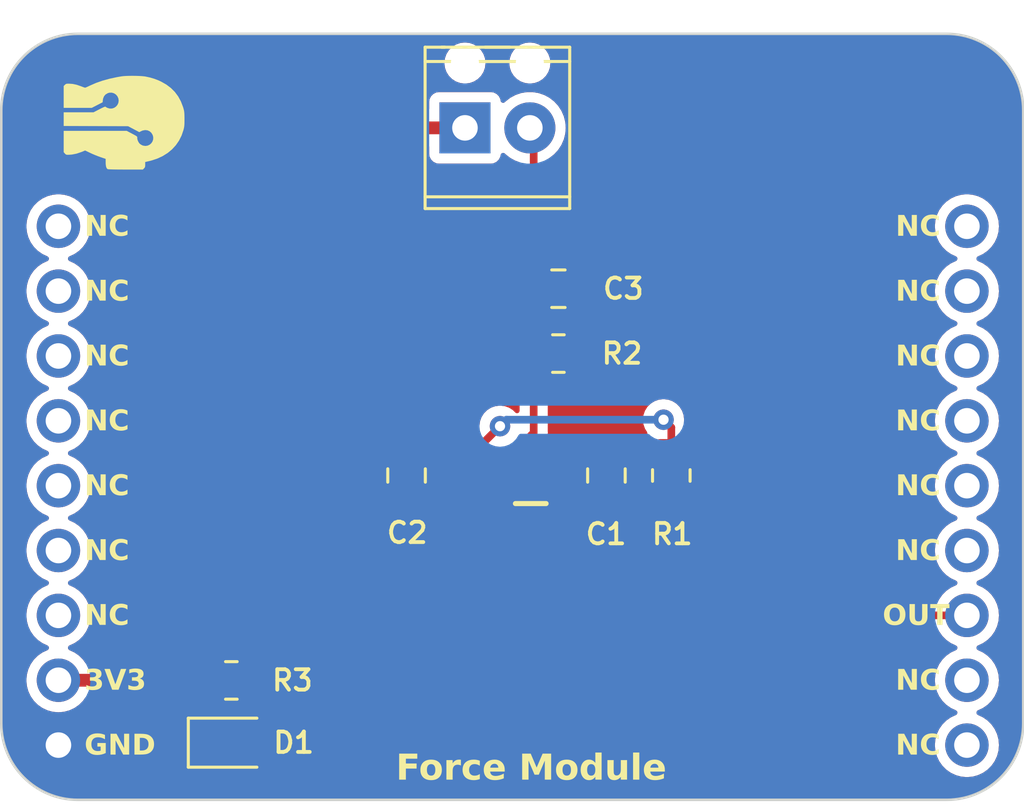
<source format=kicad_pcb>
(kicad_pcb (version 20221018) (generator pcbnew)
  (layers (0 "F.Cu" signal) (31 "B.Cu" signal) (34 "B.Paste" user) (35 "F.Paste" user) (36 "B.SilkS" user "B.Silkscreen") (37 "F.SilkS" user "F.Silkscreen") (38 "B.Mask" user) (39 "F.Mask" user) (44 "Edge.Cuts" user))
  (net 0 "")
  (net 1 "OUT")
  (net 2 "GND")
  (net 3 "Net-(U1-V+)")
  (net 4 "VIN")
  (net 5 "Net-(D1-A)")
  (net 6 "+3V3")
  (net 7 "Net-(U1-IN-)")
  (footprint "Capacitor_SMD:C_0805_2012Metric" (layer "F.Cu") (at 79.3496 61.3664)
    (fp_text reference "C3" (at 2.54 0) (layer "F.SilkS") (effects (font (size 0.8 0.8) (thickness 0.15) bold)))
    (fp_text value "C")
    (fp_line (start -0.261252 -0.735) (end 0.261252 -0.735) (stroke (width 0.12)) (layer "F.SilkS"))
    (fp_line (start -0.261252 0.735) (end 0.261252 0.735) (stroke (width 0.12)) (layer "F.SilkS"))
    (pad "1" smd roundrect (at -0.95 0) (size 1 1.45) (layers "F.Cu" "F.Paste" "F.Mask") (net 4 "VIN"))
    (pad "2" smd roundrect (at 0.95 0) (size 1 1.45) (layers "F.Cu" "F.Paste" "F.Mask") (net 2 "GND"))
  )
  (footprint "meminle:SOT65P210X110-5N" (layer "F.Cu") (at 77.3176 68.6816 180)
    (fp_text reference "U1" hide)
    (fp_text value "TLV521DCKR" hide)
    (fp_line (start -1.55 -1.1) (end -0.35 -1.1) (stroke (width 0.2)) (layer "F.SilkS"))
    (pad "1" smd rect (at -0.95 -0.65 270) (size 0.4 1.2) (layers "F.Cu" "F.Paste" "F.Mask") (net 1 "OUT"))
    (pad "2" smd rect (at -0.95 0 270) (size 0.4 1.2) (layers "F.Cu" "F.Paste" "F.Mask") (net 2 "GND"))
    (pad "3" smd rect (at -0.95 0.65 270) (size 0.4 1.2) (layers "F.Cu" "F.Paste" "F.Mask") (net 4 "VIN"))
    (pad "4" smd rect (at 0.95 0.65 270) (size 0.4 1.2) (layers "F.Cu" "F.Paste" "F.Mask") (net 7 "Net-(U1-IN-)"))
    (pad "5" smd rect (at 0.95 -0.65 270) (size 0.4 1.2) (layers "F.Cu" "F.Paste" "F.Mask") (net 3 "Net-(U1-V+)"))
  )
  (footprint "Capacitor_SMD:C_0805_2012Metric" (layer "F.Cu") (at 81.2292 68.6816 90)
    (fp_text reference "C1" (at -2.2964 -0.0152 180) (layer "F.SilkS") (effects (font (size 0.8 0.8) (thickness 0.15) bold)))
    (fp_text value "0.1uF")
    (fp_line (start -0.261252 -0.735) (end 0.261252 -0.735) (stroke (width 0.12)) (layer "F.SilkS"))
    (fp_line (start -0.261252 0.735) (end 0.261252 0.735) (stroke (width 0.12)) (layer "F.SilkS"))
    (pad "1" smd roundrect (at -0.95 0 90) (size 1 1.45) (layers "F.Cu" "F.Paste" "F.Mask") (net 1 "OUT"))
    (pad "2" smd roundrect (at 0.95 0 90) (size 1 1.45) (layers "F.Cu" "F.Paste" "F.Mask") (net 2 "GND"))
  )
  (footprint "LED_SMD:LED_0805_2012Metric" (layer "F.Cu") (at 66.548 79.1464)
    (fp_text reference "D1" (at 2.4384 0) (layer "F.SilkS") (effects (font (size 0.8 0.8) (thickness 0.15) bold)))
    (fp_text value "LED")
    (fp_line (start -1.685 -0.96) (end -1.685 0.96) (stroke (width 0.12)) (layer "F.SilkS"))
    (fp_line (start -1.685 0.96) (end 1 0.96) (stroke (width 0.12)) (layer "F.SilkS"))
    (fp_line (start 1 -0.96) (end -1.685 -0.96) (stroke (width 0.12)) (layer "F.SilkS"))
    (pad "1" smd roundrect (at -0.9375 0) (size 0.975 1.4) (layers "F.Cu" "F.Paste" "F.Mask") (net 2 "GND"))
    (pad "2" smd roundrect (at 0.9375 0) (size 0.975 1.4) (layers "F.Cu" "F.Paste" "F.Mask") (net 5 "Net-(D1-A)"))
  )
  (footprint "TerminalBlock_Phoenix:TerminalBlock_Phoenix_MPT-0,5-2-2.54_1x02_P2.54mm_Horizontal" (layer "F.Cu") (at 78.232 55.0672 180)
    (fp_text reference "J1" hide)
    (fp_text value "Force Sensor")
    (fp_line (start -1.56 -3.16) (end -1.56 3.16) (stroke (width 0.12)) (layer "F.SilkS"))
    (fp_line (start -1.56 -3.16) (end 4.1 -3.16) (stroke (width 0.12)) (layer "F.SilkS"))
    (fp_line (start -1.56 -2.7) (end 4.1 -2.7) (stroke (width 0.12)) (layer "F.SilkS"))
    (fp_line (start -1.56 2.6) (end 3.2766 2.6) (stroke (width 0.12)) (layer "F.SilkS"))
    (fp_line (start -1.56 3.16) (end 3.4544 3.16) (stroke (width 0.12)) (layer "F.SilkS"))
    (fp_line (start 0.79 2.6) (end 1.75 2.6) (stroke (width 0.12)) (layer "F.SilkS"))
    (fp_line (start 0.79 3.16) (end 1.75 3.16) (stroke (width 0.12)) (layer "F.SilkS"))
    (fp_line (start 3.33 2.6) (end 4.1 2.6) (stroke (width 0.12)) (layer "F.SilkS"))
    (fp_line (start 3.33 3.16) (end 4.1 3.16) (stroke (width 0.12)) (layer "F.SilkS"))
    (fp_line (start 4.1 -3.16) (end 4.1 3.16) (stroke (width 0.12)) (layer "F.SilkS"))
    (pad "" np_thru_hole circle (at 0 2.54 180) (size 1.1 1.1) (drill 1.1) (layers "*.Cu" "*.Mask"))
    (pad "" np_thru_hole circle (at 2.54 2.54 180) (size 1.1 1.1) (drill 1.1) (layers "*.Cu" "*.Mask"))
    (pad "1" thru_hole rect (at 2.54 0 180) (size 2 2) (drill 1) (layers "*.Cu" "*.Mask") (net 6 "+3V3"))
    (pad "2" thru_hole circle (at 0 0 180) (size 2 2) (drill 1) (layers "*.Cu" "*.Mask") (net 4 "VIN"))
  )
  (footprint "Moduler_:pin_header" (layer "F.Cu") (at 77.305977 69.58932)
    (fp_text reference "U2" hide)
    (fp_text value "~" hide)
    (fp_text user "NC" (at 15.24 7.62 unlocked) (layer "F.SilkS") (effects (font (size 0.8 0.8) (thickness 0.2) bold) (justify left bottom)))
    (fp_text user "Force Module" (at -4.318 11.176 unlocked) (layer "F.SilkS") (effects (font (thickness 0.2) bold) (justify left bottom)))
    (fp_text user "GND" (at -16.51 10.16 unlocked) (layer "F.SilkS") (effects (font (size 0.8 0.8) (thickness 0.2) bold) (justify left bottom)))
    (fp_text user "NC" (at 15.24 0 unlocked) (layer "F.SilkS") (effects (font (size 0.8 0.8) (thickness 0.2) bold) (justify left bottom)))
    (fp_text user "NC" (at -16.51 -2.54 unlocked) (layer "F.SilkS") (effects (font (size 0.8 0.8) (thickness 0.2) bold) (justify left bottom)))
    (fp_text user "NC" (at 15.24 -2.54 unlocked) (layer "F.SilkS") (effects (font (size 0.8 0.8) (thickness 0.2) bold) (justify left bottom)))
    (fp_text user "NC" (at 15.24 -5.08 unlocked) (layer "F.SilkS") (effects (font (size 0.8 0.8) (thickness 0.2) bold) (justify left bottom)))
    (fp_text user "NC" (at -16.51 2.54 unlocked) (layer "F.SilkS") (effects (font (size 0.8 0.8) (thickness 0.2) bold) (justify left bottom)))
    (fp_text user "NC" (at 15.24 -7.62 unlocked) (layer "F.SilkS") (effects (font (size 0.8 0.8) (thickness 0.2) bold) (justify left bottom)))
    (fp_text user "NC" (at -16.51 -7.62 unlocked) (layer "F.SilkS") (effects (font (size 0.8 0.8) (thickness 0.2) bold) (justify left bottom)))
    (fp_text user "NC" (at 15.24 2.54 unlocked) (layer "F.SilkS") (effects (font (size 0.8 0.8) (thickness 0.2) bold) (justify left bottom)))
    (fp_text user "NC" (at -16.51 5.08 unlocked) (layer "F.SilkS") (effects (font (size 0.8 0.8) (thickness 0.2) bold) (justify left bottom)))
    (fp_text user "NC" (at 15.24 -10.16 unlocked) (layer "F.SilkS") (effects (font (size 0.8 0.8) (thickness 0.2) bold) (justify left bottom)))
    (fp_text user "NC" (at 15.24 10.16 unlocked) (layer "F.SilkS") (effects (font (size 0.8 0.8) (thickness 0.2) bold) (justify left bottom)))
    (fp_text user "NC" (at -16.51 -5.08 unlocked) (layer "F.SilkS") (effects (font (size 0.8 0.8) (thickness 0.2) bold) (justify left bottom)))
    (fp_text user "NC" (at -16.51 -10.16 unlocked) (layer "F.SilkS") (effects (font (size 0.8 0.8) (thickness 0.2) bold) (justify left bottom)))
    (fp_text user "OUT" (at 14.732 5.08 unlocked) (layer "F.SilkS") (effects (font (size 0.8 0.8) (thickness 0.2) bold) (justify left bottom)))
    (fp_text user "NC" (at -16.51 0 unlocked) (layer "F.SilkS") (effects (font (size 0.8 0.8) (thickness 0.2) bold) (justify left bottom)))
    (fp_text user "3V3" (at -16.51 7.62 unlocked) (layer "F.SilkS") (effects (font (size 0.8 0.8) (thickness 0.2) bold) (justify left bottom)))
    (fp_poly (pts (xy -14.485582 -16.559009) (xy -14.360573 -16.554745) (xy -14.248636 -16.54798) (xy -14.157002 -16.538775) (xy -14.117924 -16.532703) (xy -13.929469 -16.491549) (xy -13.759531 -16.440533) (xy -13.595569 -16.375574) (xy -13.505604 -16.333511) (xy -13.302009 -16.218091) (xy -13.123321 -16.083397) (xy -12.969118 -15.928915) (xy -12.838978 -15.754131) (xy -12.73248 -15.558531) (xy -12.6492 -15.3416) (xy -12.625721 -15.261504) (xy -12.612959 -15.20932) (xy -12.603846 -15.156964) (xy -12.597806 -15.097579) (xy -12.594264 -15.024306) (xy -12.592645 -14.930288) (xy -12.59236 -14.863654) (xy -12.592671 -14.758539) (xy -12.594379 -14.67766) (xy -12.598173 -14.613669) (xy -12.604739 -14.559219) (xy -12.614766 -14.506962) (xy -12.628942 -14.449549) (xy -12.632287 -14.43698) (xy -12.705714 -14.221543) (xy -12.805363 -14.022972) (xy -12.930147 -13.842253) (xy -13.078978 -13.68037) (xy -13.250768 -13.538308) (xy -13.444431 -13.417053) (xy -13.658878 -13.317589) (xy -13.893022 -13.240901) (xy -13.975535 -13.220506) (xy -14.129547 -13.185381) (xy -14.129547 -13.083439) (xy -14.131087 -13.025365) (xy -14.138019 -12.987709) (xy -14.153807 -12.959356) (xy -14.17572 -12.935324) (xy -14.221893 -12.889151) (xy -14.898388 -12.889632) (xy -15.093554 -12.890179) (xy -15.257188 -12.891522) (xy -15.389336 -12.893662) (xy -15.490047 -12.896601) (xy -15.559371 -12.900339) (xy -15.597354 -12.904877) (xy -15.604006 -12.907041) (xy -15.639705 -12.944721) (xy -15.663541 -13.009816) (xy -15.675744 -13.103144) (xy -15.677582 -13.169023) (xy -15.677607 -13.307746) (xy -15.877323 -13.375342) (xy -15.973613 -13.410249) (xy -16.083694 -13.453796) (xy -16.193274 -13.500154) (xy -16.27912 -13.539209) (xy -16.481202 -13.63548) (xy -16.625058 -13.577237) (xy -16.814264 -13.51298) (xy -16.995657 -13.477073) (xy -17.112214 -13.468483) (xy -17.172568 -13.467793) (xy -17.210949 -13.471228) (xy -17.236949 -13.481681) (xy -17.260163 -13.502045) (xy -17.274123 -13.517292) (xy -17.320343 -13.568879) (xy -17.320343 -13.987224) (xy -17.320343 -14.405569) (xy -16.086926 -14.405569) (xy -14.85351 -14.405569) (xy -14.643801 -14.294889) (xy -14.56284 -14.251731) (xy -14.506066 -14.219928) (xy -14.469493 -14.196546) (xy -14.449134 -14.178651) (xy -14.441003 -14.163308) (xy -14.441111 -14.147581) (xy -14.441413 -14.14592) (xy -14.43976 -14.092795) (xy -14.421236 -14.027967) (xy -14.3904 -13.962942) (xy -14.35181 -13.909228) (xy -14.344762 -13.902005) (xy -14.296227 -13.865834) (xy -14.236644 -13.835404) (xy -14.214799 -13.827587) (xy -14.121045 -13.813694) (xy -14.033382 -13.827179) (xy -13.955509 -13.863953) (xy -13.891126 -13.919926) (xy -13.843932 -13.991011) (xy -13.817627 -14.073118) (xy -13.815911 -14.162158) (xy -13.838074 -14.243952) (xy -13.888707 -14.328311) (xy -13.95777 -14.389514) (xy -14.040589 -14.425955) (xy -14.132494 -14.436027) (xy -14.228811 -14.418125) (xy -14.281052 -14.396241) (xy -14.36193 -14.355321) (xy -14.581404 -14.471272) (xy -14.800878 -14.587224) (xy -16.06061 -14.591538) (xy -17.320343 -14.595853) (xy -17.320343 -14.86402) (xy -17.320343 -15.132186) (xy -16.736108 -15.132186) (xy -16.151873 -15.132186) (xy -15.92364 -15.25081) (xy -15.825628 -15.300328) (xy -15.752835 -15.333929) (xy -15.705794 -15.351385) (xy -15.685044 -15.352471) (xy -15.684533 -15.351839) (xy -15.664369 -15.334981) (xy -15.626413 -15.313259) (xy -15.608475 -15.304645) (xy -15.517344 -15.278515) (xy -15.42868 -15.280387) (xy -15.34665 -15.306716) (xy -15.27542 -15.353956) (xy -15.219157 -15.418565) (xy -15.182028 -15.496995) (xy -15.1682 -15.585704) (xy -15.178799 -15.670169) (xy -15.216089 -15.756834) (xy -15.2752 -15.826154) (xy -15.350432 -15.875231) (xy -15.436087 -15.901168) (xy -15.526465 -15.901066) (xy -15.594919 -15.881743) (xy -15.679764 -15.831605) (xy -15.7402 -15.761879) (xy -15.776844 -15.671686) (xy -15.787538 -15.6087) (xy -15.796027 -15.524455) (xy -16.008245 -15.415199) (xy -16.220463 -15.305942) (xy -16.770403 -15.305942) (xy -17.320343 -15.305942) (xy -17.320343 -15.73365) (xy -17.320343 -16.161358) (xy -17.27417 -16.207531) (xy -17.247441 -16.231634) (xy -17.221044 -16.24546) (xy -17.185152 -16.251797) (xy -17.129936 -16.253429) (xy -17.112261 -16.253429) (xy -16.965134 -16.242789) (xy -16.813828 -16.210492) (xy -16.650907 -16.15493) (xy -16.643254 -16.151886) (xy -16.580147 -16.127507) (xy -16.526736 -16.108472) (xy -16.490695 -16.097439) (xy -16.481152 -16.095743) (xy -16.459332 -16.102404) (xy -16.415439 -16.120594) (xy -16.35561 -16.147624) (xy -16.285983 -16.180807) (xy -16.277762 -16.184828) (xy -16.053998 -16.282606) (xy -15.80365 -16.369931) (xy -15.530295 -16.445763) (xy -15.237504 -16.509065) (xy -15.053614 -16.540657) (xy -14.971712 -16.549822) (xy -14.866727 -16.556178) (xy -14.74589 -16.559787) (xy -14.616431 -16.56071)) (fill solid) (layer "F.SilkS"))
    (fp_poly (pts (xy -19.759475 -15.361112) (xy -19.747896 -15.5134) (xy -19.728827 -15.663474) (xy -19.702457 -15.811146) (xy -19.668975 -15.956226) (xy -19.628568 -16.098527) (xy -19.581426 -16.23786) (xy -19.527736 -16.374037) (xy -19.467687 -16.506869) (xy -19.401468 -16.636168) (xy -19.329267 -16.761745) (xy -19.251272 -16.883413) (xy -19.167671 -17.000982) (xy -19.078654 -17.114264) (xy -18.984408 -17.223072) (xy -18.885122 -17.327215) (xy -18.780984 -17.426507) (xy -18.672182 -17.520758) (xy -18.558906 -17.609781) (xy -18.441343 -17.693386) (xy -18.319683 -17.771386) (xy -18.194112 -17.843591) (xy -18.06482 -17.909814) (xy -17.931995 -17.969866) (xy -17.795826 -18.023559) (xy -17.6565 -18.070704) (xy -17.514207 -18.111113) (xy -17.369134 -18.144597) (xy -17.221471 -18.170968) (xy -17.071405 -18.190038) (xy -16.919125 -18.201619) (xy -16.764819 -18.20552) (xy 17.238832 -18.20552) (xy 17.393137 -18.201619) (xy 17.545417 -18.190038) (xy 17.695483 -18.170968) (xy 17.843146 -18.144597) (xy 17.988219 -18.111113) (xy 18.130512 -18.070704) (xy 18.269837 -18.023559) (xy 18.406006 -17.969866) (xy 18.538831 -17.909814) (xy 18.668123 -17.843591) (xy 18.793694 -17.771386) (xy 18.915355 -17.693386) (xy 19.032917 -17.609781) (xy 19.146194 -17.520758) (xy 19.254995 -17.426507) (xy 19.359133 -17.327215) (xy 19.458419 -17.223072) (xy 19.552665 -17.114264) (xy 19.641683 -17.000982) (xy 19.725284 -16.883413) (xy 19.803279 -16.761745) (xy 19.87548 -16.636168) (xy 19.9417 -16.506869) (xy 20.001748 -16.374037) (xy 20.055438 -16.23786) (xy 20.102581 -16.098527) (xy 20.142987 -15.956226) (xy 20.17647 -15.811146) (xy 20.20284 -15.663474) (xy 20.221909 -15.5134) (xy 20.233488 -15.361112) (xy 20.23739 -15.206798) (xy 20.23739 8.797094) (xy 20.233488 8.951408) (xy 20.221909 9.103696) (xy 20.20284 9.25377) (xy 20.17647 9.401441) (xy 20.142987 9.546522) (xy 20.102581 9.688822) (xy 20.055438 9.828155) (xy 20.001748 9.964332) (xy 19.9417 10.097164) (xy 19.87548 10.226463) (xy 19.803279 10.352041) (xy 19.725284 10.473708) (xy 19.641683 10.591278) (xy 19.552665 10.70456) (xy 19.458419 10.813367) (xy 19.359133 10.917511) (xy 19.254995 11.016803) (xy 19.146194 11.111054) (xy 19.032917 11.200077) (xy 18.915355 11.283682) (xy 18.793694 11.361681) (xy 18.668123 11.433887) (xy 18.538831 11.50011) (xy 18.406006 11.560162) (xy 18.269837 11.613855) (xy 18.130512 11.661) (xy 17.988219 11.701409) (xy 17.843146 11.734893) (xy 17.695483 11.761265) (xy 17.545417 11.780334) (xy 17.393137 11.791915) (xy 17.238832 11.795817) (xy -16.764819 11.795817) (xy -16.919125 11.791915) (xy -17.071405 11.780334) (xy -17.221471 11.761265) (xy -17.369134 11.734893) (xy -17.514207 11.701409) (xy -17.6565 11.661) (xy -17.795826 11.613855) (xy -17.931995 11.560162) (xy -18.06482 11.50011) (xy -18.194112 11.433887) (xy -18.319683 11.361681) (xy -18.441343 11.283682) (xy -18.558906 11.200077) (xy -18.672182 11.111054) (xy -18.780984 11.016803) (xy -18.885122 10.917511) (xy -18.984408 10.813367) (xy -19.078654 10.70456) (xy -19.167671 10.591278) (xy -19.251272 10.473708) (xy -19.329267 10.352041) (xy -19.401468 10.226463) (xy -19.467687 10.097164) (xy -19.527736 9.964332) (xy -19.581426 9.828155) (xy -19.628568 9.688822) (xy -19.668975 9.546522) (xy -19.702457 9.401441) (xy -19.728827 9.25377) (xy -19.747896 9.103696) (xy -19.759475 8.951408) (xy -19.763377 8.797094) (xy -19.763377 -15.206798)) (stroke (width 0.1)) (fill none) (layer "Edge.Cuts"))
    (pad "1" thru_hole oval (at -17.526 -10.668) (size 1.7 1.7) (drill 1) (layers "*.Cu" "*.Mask"))
    (pad "2" thru_hole oval (at -17.526 -8.128) (size 1.7 1.7) (drill 1) (layers "*.Cu" "*.Mask"))
    (pad "3" thru_hole oval (at -17.526 -5.588) (size 1.7 1.7) (drill 1) (layers "*.Cu" "*.Mask"))
    (pad "4" thru_hole oval (at -17.526 -3.048) (size 1.7 1.7) (drill 1) (layers "*.Cu" "*.Mask"))
    (pad "5" thru_hole oval (at -17.526 -0.508) (size 1.7 1.7) (drill 1) (layers "*.Cu" "*.Mask"))
    (pad "6" thru_hole oval (at -17.526 2.032) (size 1.7 1.7) (drill 1) (layers "*.Cu" "*.Mask"))
    (pad "7" thru_hole oval (at -17.526 4.572) (size 1.7 1.7) (drill 1) (layers "*.Cu" "*.Mask"))
    (pad "8" thru_hole oval (at -17.526 7.112) (size 1.7 1.7) (drill 1) (layers "*.Cu" "*.Mask") (net 6 "+3V3"))
    (pad "9" thru_hole oval (at -17.526 9.652) (size 1.7 1.7) (drill 1) (layers "*.Cu" "*.Mask") (net 2 "GND"))
    (pad "10" thru_hole oval (at 18.034 9.652) (size 1.7 1.7) (drill 1) (layers "*.Cu" "*.Mask"))
    (pad "11" thru_hole oval (at 18.034 7.112) (size 1.7 1.7) (drill 1) (layers "*.Cu" "*.Mask"))
    (pad "12" thru_hole oval (at 18.034 4.572) (size 1.7 1.7) (drill 1) (layers "*.Cu" "*.Mask") (net 1 "OUT"))
    (pad "13" thru_hole oval (at 18.034 2.032) (size 1.7 1.7) (drill 1) (layers "*.Cu" "*.Mask"))
    (pad "14" thru_hole oval (at 18.034 -0.508) (size 1.7 1.7) (drill 1) (layers "*.Cu" "*.Mask"))
    (pad "15" thru_hole oval (at 18.034 -3.048) (size 1.7 1.7) (drill 1) (layers "*.Cu" "*.Mask"))
    (pad "16" thru_hole oval (at 18.034 -5.588) (size 1.7 1.7) (drill 1) (layers "*.Cu" "*.Mask"))
    (pad "17" thru_hole oval (at 18.034 -8.128) (size 1.7 1.7) (drill 1) (layers "*.Cu" "*.Mask"))
    (pad "18" thru_hole oval (at 18.034 -10.668) (size 1.7 1.7) (drill 1) (layers "*.Cu" "*.Mask"))
  )
  (footprint "Resistor_SMD:R_0805_2012Metric" (layer "F.Cu") (at 79.3496 63.9064 180)
    (fp_text reference "R2" (at -2.4892 0) (layer "F.SilkS") (effects (font (size 0.8 0.8) (thickness 0.15) bold)))
    (fp_text value "30k")
    (fp_line (start -0.227064 -0.735) (end 0.227064 -0.735) (stroke (width 0.12)) (layer "F.SilkS"))
    (fp_line (start -0.227064 0.735) (end 0.227064 0.735) (stroke (width 0.12)) (layer "F.SilkS"))
    (pad "1" smd roundrect (at -0.9125 0 180) (size 1.025 1.4) (layers "F.Cu" "F.Paste" "F.Mask") (roundrect_rratio 0.243902) (net 2 "GND"))
    (pad "2" smd roundrect (at 0.9125 0 180) (size 1.025 1.4) (layers "F.Cu" "F.Paste" "F.Mask") (roundrect_rratio 0.243902) (net 4 "VIN"))
  )
  (footprint "Capacitor_SMD:C_0805_2012Metric" (layer "F.Cu") (at 73.406 68.6816 90)
    (fp_text reference "C2" (at -2.2456 0.0254 180) (layer "F.SilkS") (effects (font (size 0.8 0.8) (thickness 0.15) bold)))
    (fp_text value "0.1uF")
    (fp_line (start -0.261252 -0.735) (end 0.261252 -0.735) (stroke (width 0.12)) (layer "F.SilkS"))
    (fp_line (start -0.261252 0.735) (end 0.261252 0.735) (stroke (width 0.12)) (layer "F.SilkS"))
    (pad "1" smd roundrect (at -0.95 0 90) (size 1 1.45) (layers "F.Cu" "F.Paste" "F.Mask") (net 3 "Net-(U1-V+)"))
    (pad "2" smd roundrect (at 0.95 0 90) (size 1 1.45) (layers "F.Cu" "F.Paste" "F.Mask") (net 2 "GND"))
  )
  (footprint "Resistor_SMD:R_0805_2012Metric" (layer "F.Cu") (at 66.548 76.708)
    (fp_text reference "R3" (at 2.3876 0) (layer "F.SilkS") (effects (font (size 0.8 0.8) (thickness 0.15) bold)))
    (fp_text value "R")
    (fp_line (start -0.227064 -0.735) (end 0.227064 -0.735) (stroke (width 0.12)) (layer "F.SilkS"))
    (fp_line (start -0.227064 0.735) (end 0.227064 0.735) (stroke (width 0.12)) (layer "F.SilkS"))
    (pad "1" smd roundrect (at -0.9125 0) (size 1.025 1.4) (layers "F.Cu" "F.Paste" "F.Mask") (roundrect_rratio 0.243902) (net 6 "+3V3"))
    (pad "2" smd roundrect (at 0.9125 0) (size 1.025 1.4) (layers "F.Cu" "F.Paste" "F.Mask") (roundrect_rratio 0.243902) (net 5 "Net-(D1-A)"))
  )
  (footprint "Resistor_SMD:R_0805_2012Metric" (layer "F.Cu") (at 83.7692 68.6816 90)
    (fp_text reference "R1" (at -2.2964 0.0356 180) (layer "F.SilkS") (effects (font (size 0.8 0.8) (thickness 0.15) bold)))
    (fp_text value "0r")
    (fp_line (start -0.227064 -0.735) (end 0.227064 -0.735) (stroke (width 0.12)) (layer "F.SilkS"))
    (fp_line (start -0.227064 0.735) (end 0.227064 0.735) (stroke (width 0.12)) (layer "F.SilkS"))
    (pad "1" smd roundrect (at -0.9125 0 90) (size 1.025 1.4) (layers "F.Cu" "F.Paste" "F.Mask") (roundrect_rratio 0.243902) (net 1 "OUT"))
    (pad "2" smd roundrect (at 0.9125 0 90) (size 1.025 1.4) (layers "F.Cu" "F.Paste" "F.Mask") (roundrect_rratio 0.243902) (net 7 "Net-(U1-IN-)"))
  )
  (segment (start 78.2676 69.3316) (end 79.4408 69.3316) (width 0.3) (layer "F.Cu") (net 1))
  (segment (start 90.11252 74.16132) (end 95.339977 74.16132) (width 0.3) (layer "F.Cu") (net 1))
  (segment (start 83.7692 69.5941) (end 85.5453 69.5941) (width 0.3) (layer "F.Cu") (net 1))
  (segment (start 85.5453 69.5941) (end 90.11252 74.16132) (width 0.3) (layer "F.Cu") (net 1))
  (segment (start 79.7033 69.5941) (end 83.7692 69.5941) (width 0.3) (layer "F.Cu") (net 1))
  (segment (start 79.4408 69.3316) (end 79.7033 69.5941) (width 0.3) (layer "F.Cu") (net 1))
  (segment (start 79.4004 68.6816) (end 79.502 68.58) (width 0.3) (layer "F.Cu") (net 2))
  (segment (start 78.2676 68.6816) (end 79.4004 68.6816) (width 0.3) (layer "F.Cu") (net 2))
  (segment (start 73.4212 69.6468) (end 73.406 69.6316) (width 0.3) (layer "F.Cu") (net 3))
  (segment (start 75.0316 69.6468) (end 73.4212 69.6468) (width 0.3) (layer "F.Cu") (net 3))
  (segment (start 75.3468 69.3316) (end 75.0316 69.6468) (width 0.3) (layer "F.Cu") (net 3))
  (segment (start 76.3676 69.3316) (end 75.3468 69.3316) (width 0.3) (layer "F.Cu") (net 3))
  (segment (start 78.3819 67.0077) (end 78.3819 55.2171) (width 0.3) (layer "F.Cu") (net 4))
  (segment (start 78.2676 67.122) (end 78.3819 67.0077) (width 0.3) (layer "F.Cu") (net 4))
  (segment (start 78.2676 68.0316) (end 78.2676 67.122) (width 0.3) (layer "F.Cu") (net 4))
  (segment (start 78.3819 55.2171) (end 78.232 55.0672) (width 0.3) (layer "F.Cu") (net 4))
  (segment (start 67.4605 79.1214) (end 67.4855 79.1464) (width 0.5) (layer "F.Cu") (net 5))
  (segment (start 67.4605 76.708) (end 67.4605 79.1214) (width 0.5) (layer "F.Cu") (net 5))
  (segment (start 65.62882 76.70132) (end 65.6355 76.708) (width 0.5) (layer "F.Cu") (net 6))
  (segment (start 65.6355 76.708) (end 70.0024 72.3411) (width 0.5) (layer "F.Cu") (net 6))
  (segment (start 70.0024 72.3411) (end 70.0024 56.7944) (width 0.5) (layer "F.Cu") (net 6))
  (segment (start 59.779977 76.70132) (end 65.62882 76.70132) (width 0.5) (layer "F.Cu") (net 6))
  (segment (start 70.0024 56.7944) (end 71.7296 55.0672) (width 0.5) (layer "F.Cu") (net 6))
  (segment (start 71.7296 55.0672) (end 75.7149 55.0672) (width 0.5) (layer "F.Cu") (net 6))
  (segment (start 76.3676 68.0316) (end 76.3676 67.4472) (width 0.3) (layer "F.Cu") (net 7))
  (segment (start 83.4644 66.4972) (end 83.7692 66.802) (width 0.3) (layer "F.Cu") (net 7))
  (segment (start 83.7692 66.802) (end 83.7692 67.7691) (width 0.3) (layer "F.Cu") (net 7))
  (segment (start 76.3676 67.4472) (end 77.0636 66.7512) (width 0.3) (layer "F.Cu") (net 7))
  (via (at 83.4644 66.4972) (size 0.8) (drill 0.4) (layers "F.Cu" "B.Cu") (net 7))
  (via (at 77.0636 66.7512) (size 0.8) (drill 0.4) (layers "F.Cu" "B.Cu") (net 7))
  (segment (start 83.4644 66.4972) (end 77.3176 66.4972) (width 0.3) (layer "B.Cu") (net 7))
  (segment (start 77.3176 66.4972) (end 77.0636 66.7512) (width 0.3) (layer "B.Cu") (net 7))
  (zone (net 2) (net_name "GND") (layers "F&B.Cu") (connect_pads yes (clearance 0.4)) (min_thickness 0.2) (fill yes (thermal_gap 0.5) (thermal_bridge_width 0.5))
    (polygon (pts (xy 57.5056 51.308) (xy 97.5868 51.308) (xy 97.5868 81.4324) (xy 57.5056 81.4324)))
  )
)
</source>
